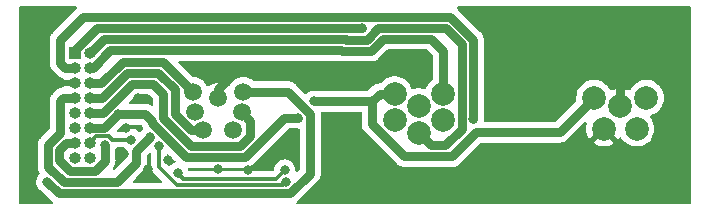
<source format=gbr>
%TF.GenerationSoftware,KiCad,Pcbnew,7.0.10*%
%TF.CreationDate,2025-06-08T00:19:01+02:00*%
%TF.ProjectId,ConnectorInterfaceBoard,436f6e6e-6563-4746-9f72-496e74657266,rev?*%
%TF.SameCoordinates,Original*%
%TF.FileFunction,Copper,L1,Top*%
%TF.FilePolarity,Positive*%
%FSLAX46Y46*%
G04 Gerber Fmt 4.6, Leading zero omitted, Abs format (unit mm)*
G04 Created by KiCad (PCBNEW 7.0.10) date 2025-06-08 00:19:01*
%MOMM*%
%LPD*%
G01*
G04 APERTURE LIST*
%TA.AperFunction,ComponentPad*%
%ADD10R,1.000000X1.000000*%
%TD*%
%TA.AperFunction,ComponentPad*%
%ADD11O,1.000000X1.000000*%
%TD*%
%TA.AperFunction,ComponentPad*%
%ADD12C,1.520000*%
%TD*%
%TA.AperFunction,ComponentPad*%
%ADD13C,2.000000*%
%TD*%
%TA.AperFunction,ViaPad*%
%ADD14C,0.800000*%
%TD*%
%TA.AperFunction,Conductor*%
%ADD15C,0.750000*%
%TD*%
%TA.AperFunction,Conductor*%
%ADD16C,0.300000*%
%TD*%
G04 APERTURE END LIST*
D10*
%TO.P,J4,1,Pin_1*%
%TO.N,Analog0_In*%
X16713200Y-15875000D03*
D11*
%TO.P,J4,2,Pin_2*%
%TO.N,Analog1_In*%
X17983200Y-15875000D03*
%TO.P,J4,3,Pin_3*%
%TO.N,Analog2_In*%
X16713200Y-17145000D03*
%TO.P,J4,4,Pin_4*%
%TO.N,Analog3_In*%
X17983200Y-17145000D03*
%TO.P,J4,5,Pin_5*%
%TO.N,GND*%
X16713200Y-18415000D03*
%TO.P,J4,6,Pin_6*%
%TO.N,GPIO1_out{slash}in*%
X17983200Y-18415000D03*
%TO.P,J4,7,Pin_7*%
%TO.N,GPIO2_out{slash}in*%
X16713200Y-19685000D03*
%TO.P,J4,8,Pin_8*%
%TO.N,GPIO3_out{slash}in*%
X17983200Y-19685000D03*
%TO.P,J4,9,Pin_9*%
%TO.N,GPIO4_out{slash}in*%
X16713200Y-20955000D03*
%TO.P,J4,10,Pin_10*%
%TO.N,GPIO5_out{slash}in*%
X17983200Y-20955000D03*
%TO.P,J4,11,Pin_11*%
%TO.N,GPIO6_out{slash}in*%
X16713200Y-22225000D03*
%TO.P,J4,12,Pin_12*%
%TO.N,+BATT*%
X17983200Y-22225000D03*
%TO.P,J4,13,Pin_13*%
X16713200Y-23495000D03*
%TO.P,J4,14,Pin_14*%
%TO.N,CAN1_P*%
X17983200Y-23495000D03*
%TO.P,J4,15,Pin_15*%
%TO.N,CAN1_N*%
X16713200Y-24765000D03*
%TO.P,J4,16,Pin_16*%
%TO.N,GND*%
X17983200Y-24765000D03*
%TD*%
D12*
%TO.P,J1,1,Pin_1*%
%TO.N,GPIO1_out{slash}in*%
X26695400Y-19177000D03*
%TO.P,J1,2,Pin_2*%
%TO.N,GPIO2_out{slash}in*%
X26847800Y-20878800D03*
%TO.P,J1,3,Pin_3*%
%TO.N,GPIO3_out{slash}in*%
X27559000Y-22453600D03*
%TO.P,J1,4,Pin_4*%
%TO.N,GPIO4_out{slash}in*%
X30099000Y-22453600D03*
%TO.P,J1,5,Pin_5*%
%TO.N,GPIO5_out{slash}in*%
X30810200Y-20878800D03*
%TO.P,J1,6,Pin_6*%
%TO.N,GPIO6_out{slash}in*%
X30962600Y-19177000D03*
%TO.P,J1,7,Pin_7*%
%TO.N,GND*%
X28829000Y-19685000D03*
%TD*%
D13*
%TO.P,J3,1,Pin_1*%
%TO.N,+BATT*%
X60655200Y-19685000D03*
%TO.P,J3,2,Pin_2*%
%TO.N,GND*%
X61468000Y-22301200D03*
%TO.P,J3,3,Pin_3*%
%TO.N,CAN1_N*%
X64262000Y-22301200D03*
%TO.P,J3,4,Pin_4*%
%TO.N,CAN1_P*%
X65074800Y-19685000D03*
%TO.P,J3,5,Pin_5*%
%TO.N,GND*%
X62865000Y-20370800D03*
%TD*%
%TO.P,J2,1,Pin_1*%
%TO.N,+BATT*%
X43764200Y-19354800D03*
%TO.P,J2,2,Pin_2*%
%TO.N,Analog0_In*%
X43764200Y-21615400D03*
%TO.P,J2,3,Pin_3*%
%TO.N,Analog1_In*%
X45821600Y-22707600D03*
%TO.P,J2,4,Pin_4*%
%TO.N,Analog2_In*%
X47879000Y-21615400D03*
%TO.P,J2,5,Pin_5*%
%TO.N,Analog3_In*%
X47879000Y-19354800D03*
%TO.P,J2,6,Pin_6*%
%TO.N,GND*%
X45821600Y-20396200D03*
%TD*%
D14*
%TO.N,GPIO2_out{slash}in*%
X23065310Y-23036006D03*
%TO.N,GPIO6_out{slash}in*%
X14332046Y-26813404D03*
%TO.N,GND*%
X58000000Y-19250000D03*
X20828000Y-24485600D03*
X26250000Y-17000000D03*
X21000000Y-22211600D03*
X22910800Y-25755600D03*
X30000000Y-17750000D03*
X14579600Y-18389600D03*
X57500000Y-24750000D03*
X24587200Y-24993600D03*
X35250000Y-17250000D03*
X13500000Y-19750000D03*
X46250000Y-17000000D03*
X28803600Y-25755600D03*
X51500000Y-24750000D03*
X38750000Y-22000000D03*
X52500000Y-17750000D03*
X31343600Y-25806400D03*
X44250000Y-17250000D03*
X13250000Y-16750000D03*
X39000000Y-18250000D03*
X64000000Y-17750000D03*
X60750000Y-16500000D03*
X22000000Y-19750000D03*
%TO.N,+BATT*%
X19259567Y-23711600D03*
X35602270Y-21385530D03*
X20332926Y-21094920D03*
X36961521Y-19987062D03*
%TO.N,Analog0_In*%
X40995600Y-13802000D03*
%TO.N,Analog2_In*%
X50429000Y-21463000D03*
%TO.N,CAN1_N*%
X25400000Y-26084000D03*
X34463181Y-25815581D03*
%TO.N,CAN1_P*%
X34540370Y-26812600D03*
X23814451Y-23785148D03*
X21486228Y-23236228D03*
%TD*%
D15*
%TO.N,GPIO1_out{slash}in*%
X26675767Y-19177000D02*
X26695400Y-19177000D01*
X18946982Y-18415000D02*
X20734982Y-16627000D01*
X20734982Y-16627000D02*
X24125767Y-16627000D01*
X17983200Y-18415000D02*
X18946982Y-18415000D01*
X24125767Y-16627000D02*
X26675767Y-19177000D01*
%TO.N,GPIO2_out{slash}in*%
X15443200Y-19964400D02*
X15722600Y-19685000D01*
X23065310Y-23036006D02*
X21894800Y-24206516D01*
X14442400Y-25544898D02*
X14442400Y-23685698D01*
X15735102Y-26837600D02*
X14442400Y-25544898D01*
X15443200Y-22684898D02*
X15443200Y-19964400D01*
X21894800Y-24206516D02*
X21894800Y-25196800D01*
X14442400Y-23685698D02*
X15443200Y-22684898D01*
X21894800Y-25196800D02*
X20254000Y-26837600D01*
X20254000Y-26837600D02*
X15735102Y-26837600D01*
X15722600Y-19685000D02*
X16713200Y-19685000D01*
%TO.N,GPIO3_out{slash}in*%
X17983200Y-19685000D02*
X19020484Y-19685000D01*
X25146000Y-18990735D02*
X25146000Y-21050833D01*
X25146000Y-21050833D02*
X26548767Y-22453600D01*
X19020484Y-19685000D02*
X21128484Y-17577000D01*
X26548767Y-22453600D02*
X27559000Y-22453600D01*
X23732265Y-17577000D02*
X25146000Y-18990735D01*
X21128484Y-17577000D02*
X23732265Y-17577000D01*
%TO.N,GPIO5_out{slash}in*%
X17983200Y-20955000D02*
X19093986Y-20955000D01*
X24196000Y-19384237D02*
X24196000Y-21444335D01*
X23338763Y-18527000D02*
X24196000Y-19384237D01*
X31560200Y-22922800D02*
X31560200Y-21628800D01*
X24196000Y-21444335D02*
X26530265Y-23778600D01*
X26530265Y-23778600D02*
X30704400Y-23778600D01*
X30704400Y-23778600D02*
X31560200Y-22922800D01*
X21521986Y-18527000D02*
X23338763Y-18527000D01*
X19093986Y-20955000D02*
X21521986Y-18527000D01*
X31560200Y-21628800D02*
X30810200Y-20878800D01*
%TO.N,GPIO6_out{slash}in*%
X34772600Y-19177000D02*
X30962600Y-19177000D01*
X36626800Y-26111200D02*
X36626800Y-21031200D01*
X15341600Y-27787600D02*
X34950400Y-27787600D01*
X36626800Y-21031200D02*
X34772600Y-19177000D01*
X14332046Y-26813404D02*
X14367404Y-26813404D01*
X14367404Y-26813404D02*
X15341600Y-27787600D01*
X34950400Y-27787600D02*
X36626800Y-26111200D01*
%TO.N,GND*%
X62865000Y-18885000D02*
X64000000Y-17750000D01*
X62865000Y-20370800D02*
X62865000Y-18885000D01*
X28829000Y-18921000D02*
X30000000Y-17750000D01*
X28829000Y-19685000D02*
X28829000Y-18921000D01*
%TO.N,+BATT*%
X20332926Y-21094920D02*
X22669720Y-21094920D01*
X20332926Y-21094920D02*
X19202846Y-22225000D01*
X23246000Y-21671200D02*
X23246000Y-21837837D01*
X34440972Y-21385530D02*
X35602270Y-21385530D01*
X19259567Y-23711600D02*
X19259567Y-25008913D01*
X50698400Y-22606000D02*
X57734200Y-22606000D01*
X41859200Y-20015200D02*
X41859200Y-21937787D01*
X41831062Y-19987062D02*
X41859200Y-20015200D01*
X23246000Y-21837837D02*
X26136763Y-24728600D01*
X22669720Y-21094920D02*
X23246000Y-21671200D01*
X44579013Y-24657600D02*
X48646800Y-24657600D01*
X16306800Y-25887600D02*
X15392400Y-24973200D01*
X15976600Y-23495000D02*
X16713200Y-23495000D01*
X31097902Y-24728600D02*
X34440972Y-21385530D01*
X36961521Y-19987062D02*
X41831062Y-19987062D01*
X48646800Y-24657600D02*
X50698400Y-22606000D01*
X18380880Y-25887600D02*
X16306800Y-25887600D01*
X19202846Y-22225000D02*
X17983200Y-22225000D01*
X41859200Y-21937787D02*
X44579013Y-24657600D01*
X57734200Y-22606000D02*
X60655200Y-19685000D01*
X19259567Y-25008913D02*
X18380880Y-25887600D01*
X15392400Y-24079200D02*
X15976600Y-23495000D01*
X15392400Y-24973200D02*
X15392400Y-24079200D01*
X42491462Y-19354800D02*
X41859200Y-19987062D01*
X26136763Y-24728600D02*
X31097902Y-24728600D01*
X41859200Y-19987062D02*
X41859200Y-20015200D01*
X43764200Y-19354800D02*
X42491462Y-19354800D01*
%TO.N,Analog0_In*%
X18560920Y-13777000D02*
X16713200Y-15624720D01*
X16713200Y-15624720D02*
X16713200Y-15875000D01*
X40995600Y-13802000D02*
X40970600Y-13777000D01*
X40970600Y-13777000D02*
X18560920Y-13777000D01*
%TO.N,Analog1_In*%
X39681498Y-14777000D02*
X41399459Y-14777000D01*
X17983200Y-15875000D02*
X19131200Y-14727000D01*
X48047400Y-23707600D02*
X46821600Y-23707600D01*
X39631498Y-14727000D02*
X39681498Y-14777000D01*
X42399459Y-13777000D02*
X48095098Y-13777000D01*
X48095098Y-13777000D02*
X49454000Y-15135902D01*
X41399459Y-14777000D02*
X42399459Y-13777000D01*
X49454000Y-22301000D02*
X48047400Y-23707600D01*
X19131200Y-14727000D02*
X39631498Y-14727000D01*
X49454000Y-15135902D02*
X49454000Y-22301000D01*
X46821600Y-23707600D02*
X45821600Y-22707600D01*
%TO.N,Analog2_In*%
X50429000Y-14767400D02*
X50429000Y-21463000D01*
X15443200Y-16755000D02*
X15443200Y-14795500D01*
X48488600Y-12827000D02*
X50429000Y-14767400D01*
X17411700Y-12827000D02*
X48488600Y-12827000D01*
X15833200Y-17145000D02*
X15443200Y-16755000D01*
X16713200Y-17145000D02*
X15833200Y-17145000D01*
X15443200Y-14795500D02*
X17411700Y-12827000D01*
%TO.N,Analog3_In*%
X46883400Y-14727000D02*
X47879000Y-15722600D01*
X19701480Y-15677000D02*
X39237995Y-15677000D01*
X47879000Y-15722600D02*
X47879000Y-19354800D01*
X41792961Y-15727000D02*
X42792961Y-14727000D01*
X39287995Y-15727000D02*
X41792961Y-15727000D01*
X17983200Y-17145000D02*
X18233480Y-17145000D01*
X18233480Y-17145000D02*
X19701480Y-15677000D01*
X39237995Y-15677000D02*
X39287995Y-15727000D01*
X42792961Y-14727000D02*
X46883400Y-14727000D01*
D16*
%TO.N,CAN1_N*%
X25878600Y-26562600D02*
X25400000Y-26084000D01*
X33716162Y-26562600D02*
X25878600Y-26562600D01*
X34463181Y-25815581D02*
X33716162Y-26562600D01*
%TO.N,CAN1_P*%
X23814451Y-23785148D02*
X23814451Y-25559112D01*
X25317939Y-27062600D02*
X34290370Y-27062600D01*
X19858628Y-23250000D02*
X19570228Y-22961600D01*
X34290370Y-27062600D02*
X34540370Y-26812600D01*
X21486228Y-23236228D02*
X21472456Y-23250000D01*
X19570228Y-22961600D02*
X18516600Y-22961600D01*
X18516600Y-22961600D02*
X17983200Y-23495000D01*
X21472456Y-23250000D02*
X19858628Y-23250000D01*
X23814451Y-25559112D02*
X25317939Y-27062600D01*
%TD*%
%TA.AperFunction,Conductor*%
%TO.N,GND*%
G36*
X16829733Y-11958185D02*
G01*
X16875488Y-12010989D01*
X16885432Y-12080147D01*
X16856407Y-12143703D01*
X16850373Y-12150183D01*
X16802193Y-12198361D01*
X16799790Y-12200701D01*
X16740492Y-12256872D01*
X16740381Y-12257036D01*
X16725437Y-12275117D01*
X14852853Y-14147701D01*
X14845450Y-14154526D01*
X14803841Y-14189870D01*
X14754403Y-14254905D01*
X14752335Y-14257550D01*
X14701170Y-14321201D01*
X14701168Y-14321204D01*
X14701079Y-14321385D01*
X14688729Y-14341296D01*
X14688600Y-14341464D01*
X14688600Y-14341465D01*
X14654293Y-14415617D01*
X14652844Y-14418641D01*
X14616558Y-14491808D01*
X14616554Y-14491819D01*
X14616509Y-14492003D01*
X14608727Y-14514109D01*
X14608641Y-14514294D01*
X14608635Y-14514310D01*
X14591072Y-14594095D01*
X14590307Y-14597360D01*
X14570599Y-14676611D01*
X14570594Y-14676810D01*
X14567745Y-14700075D01*
X14567700Y-14700278D01*
X14567700Y-14781962D01*
X14567655Y-14785320D01*
X14565443Y-14866972D01*
X14565478Y-14867155D01*
X14567700Y-14890523D01*
X14567700Y-16714378D01*
X14567291Y-16724442D01*
X14562860Y-16778845D01*
X14573888Y-16859790D01*
X14574296Y-16863120D01*
X14583127Y-16944316D01*
X14583129Y-16944327D01*
X14583190Y-16944506D01*
X14588540Y-16967331D01*
X14588566Y-16967525D01*
X14588569Y-16967537D01*
X14616740Y-17044219D01*
X14617855Y-17047385D01*
X14643931Y-17124776D01*
X14643934Y-17124782D01*
X14644032Y-17124945D01*
X14654169Y-17146099D01*
X14654236Y-17146283D01*
X14654240Y-17146290D01*
X14698246Y-17215139D01*
X14700015Y-17217990D01*
X14742112Y-17287955D01*
X14742242Y-17288092D01*
X14756692Y-17306575D01*
X14756800Y-17306744D01*
X14814595Y-17364539D01*
X14816902Y-17366910D01*
X14873066Y-17426203D01*
X14873068Y-17426204D01*
X14873071Y-17426207D01*
X14873228Y-17426314D01*
X14891321Y-17441265D01*
X15185399Y-17735343D01*
X15192226Y-17742749D01*
X15227561Y-17784350D01*
X15227568Y-17784355D01*
X15227569Y-17784357D01*
X15292628Y-17833813D01*
X15295212Y-17835832D01*
X15318186Y-17854300D01*
X15358902Y-17887030D01*
X15359072Y-17887114D01*
X15379014Y-17899483D01*
X15379171Y-17899602D01*
X15453343Y-17933917D01*
X15456320Y-17935344D01*
X15529507Y-17971641D01*
X15529683Y-17971684D01*
X15551826Y-17979480D01*
X15552003Y-17979562D01*
X15552006Y-17979563D01*
X15605312Y-17991296D01*
X15631773Y-17997120D01*
X15635022Y-17997881D01*
X15656925Y-18003328D01*
X15717231Y-18038610D01*
X15748890Y-18100895D01*
X15745659Y-18159657D01*
X15744038Y-18164998D01*
X15744040Y-18165000D01*
X16498717Y-18165000D01*
X16427399Y-18249993D01*
X16388200Y-18357694D01*
X16388200Y-18472306D01*
X16427399Y-18580007D01*
X16498717Y-18665000D01*
X15744040Y-18665000D01*
X15740830Y-18669326D01*
X15741317Y-18723839D01*
X15704069Y-18782951D01*
X15640775Y-18812542D01*
X15638774Y-18812832D01*
X15617814Y-18815688D01*
X15614481Y-18816096D01*
X15533280Y-18824927D01*
X15533090Y-18824992D01*
X15510265Y-18830341D01*
X15510069Y-18830367D01*
X15510063Y-18830368D01*
X15510063Y-18830369D01*
X15487167Y-18838780D01*
X15433378Y-18858541D01*
X15430214Y-18859654D01*
X15352826Y-18885730D01*
X15352817Y-18885734D01*
X15352640Y-18885841D01*
X15331511Y-18895965D01*
X15331313Y-18896037D01*
X15262492Y-18940026D01*
X15259642Y-18941794D01*
X15189646Y-18983910D01*
X15189641Y-18983914D01*
X15189490Y-18984058D01*
X15171036Y-18998485D01*
X15170860Y-18998597D01*
X15170855Y-18998601D01*
X15113094Y-19056361D01*
X15110690Y-19058701D01*
X15070991Y-19096307D01*
X15051392Y-19114872D01*
X15051281Y-19115036D01*
X15036337Y-19133117D01*
X14852853Y-19316601D01*
X14845450Y-19323426D01*
X14803841Y-19358770D01*
X14754403Y-19423805D01*
X14752335Y-19426450D01*
X14701170Y-19490101D01*
X14701168Y-19490104D01*
X14701079Y-19490285D01*
X14688729Y-19510196D01*
X14688600Y-19510364D01*
X14688600Y-19510365D01*
X14654293Y-19584517D01*
X14652844Y-19587541D01*
X14616558Y-19660708D01*
X14616554Y-19660719D01*
X14616509Y-19660903D01*
X14608727Y-19683009D01*
X14608641Y-19683194D01*
X14608635Y-19683210D01*
X14591072Y-19762995D01*
X14590307Y-19766260D01*
X14570599Y-19845511D01*
X14570594Y-19845710D01*
X14567745Y-19868975D01*
X14567700Y-19869178D01*
X14567700Y-19950862D01*
X14567655Y-19954220D01*
X14565443Y-20035872D01*
X14565478Y-20036055D01*
X14567700Y-20059423D01*
X14567700Y-22270891D01*
X14548015Y-22337930D01*
X14531381Y-22358572D01*
X13852053Y-23037899D01*
X13844650Y-23044724D01*
X13803041Y-23080068D01*
X13753603Y-23145103D01*
X13751535Y-23147748D01*
X13700370Y-23211399D01*
X13700368Y-23211402D01*
X13700279Y-23211583D01*
X13687929Y-23231494D01*
X13687800Y-23231662D01*
X13687800Y-23231663D01*
X13653493Y-23305815D01*
X13652044Y-23308839D01*
X13615758Y-23382006D01*
X13615754Y-23382017D01*
X13615709Y-23382201D01*
X13607927Y-23404307D01*
X13607841Y-23404492D01*
X13607835Y-23404508D01*
X13590272Y-23484293D01*
X13589507Y-23487558D01*
X13569799Y-23566809D01*
X13569794Y-23567008D01*
X13566945Y-23590273D01*
X13566900Y-23590476D01*
X13566900Y-23672160D01*
X13566855Y-23675518D01*
X13564643Y-23757170D01*
X13564678Y-23757353D01*
X13566900Y-23780721D01*
X13566900Y-25504276D01*
X13566491Y-25514340D01*
X13562060Y-25568743D01*
X13573088Y-25649688D01*
X13573496Y-25653018D01*
X13582327Y-25734214D01*
X13582329Y-25734225D01*
X13582390Y-25734404D01*
X13587740Y-25757229D01*
X13587766Y-25757423D01*
X13587769Y-25757435D01*
X13615940Y-25834117D01*
X13617055Y-25837283D01*
X13643131Y-25914674D01*
X13643134Y-25914680D01*
X13643232Y-25914843D01*
X13653369Y-25935997D01*
X13653436Y-25936181D01*
X13653440Y-25936188D01*
X13697446Y-26005037D01*
X13699214Y-26007887D01*
X13710513Y-26026665D01*
X13728210Y-26094256D01*
X13706555Y-26160685D01*
X13696414Y-26173568D01*
X13599512Y-26281189D01*
X13504867Y-26445119D01*
X13504864Y-26445126D01*
X13462742Y-26574766D01*
X13446372Y-26625148D01*
X13426586Y-26813404D01*
X13446372Y-27001660D01*
X13446373Y-27001663D01*
X13504864Y-27181681D01*
X13504867Y-27181688D01*
X13599513Y-27345620D01*
X13726175Y-27486292D01*
X13879311Y-27597552D01*
X13879316Y-27597555D01*
X13919780Y-27615571D01*
X13957025Y-27641169D01*
X14693799Y-28377943D01*
X14700626Y-28385349D01*
X14735961Y-28426950D01*
X14735968Y-28426955D01*
X14735969Y-28426957D01*
X14801028Y-28476413D01*
X14803620Y-28478439D01*
X14806124Y-28480452D01*
X14806634Y-28480862D01*
X14846546Y-28538210D01*
X14849117Y-28608033D01*
X14813532Y-28668161D01*
X14751087Y-28699505D01*
X14728935Y-28701500D01*
X12062500Y-28701500D01*
X11995461Y-28681815D01*
X11949706Y-28629011D01*
X11938500Y-28577500D01*
X11938500Y-12062500D01*
X11958185Y-11995461D01*
X12010989Y-11949706D01*
X12062500Y-11938500D01*
X16762694Y-11938500D01*
X16829733Y-11958185D01*
G37*
%TD.AperFunction*%
%TA.AperFunction,Conductor*%
G36*
X68776539Y-11958185D02*
G01*
X68822294Y-12010989D01*
X68833500Y-12062500D01*
X68833500Y-28577500D01*
X68813815Y-28644539D01*
X68761011Y-28690294D01*
X68709500Y-28701500D01*
X35570460Y-28701500D01*
X35503421Y-28681815D01*
X35457666Y-28629011D01*
X35447722Y-28559853D01*
X35476747Y-28496297D01*
X35497217Y-28478604D01*
X35496903Y-28478213D01*
X35502136Y-28474004D01*
X35502144Y-28474000D01*
X35559938Y-28416204D01*
X35562233Y-28413969D01*
X35621607Y-28357729D01*
X35621706Y-28357583D01*
X35636664Y-28339478D01*
X37217160Y-26758982D01*
X37224540Y-26752179D01*
X37266157Y-26716831D01*
X37315641Y-26651733D01*
X37317663Y-26649149D01*
X37368830Y-26585497D01*
X37368909Y-26585338D01*
X37381289Y-26565377D01*
X37381402Y-26565229D01*
X37415705Y-26491083D01*
X37417131Y-26488103D01*
X37453441Y-26414893D01*
X37453485Y-26414714D01*
X37461284Y-26392563D01*
X37461362Y-26392397D01*
X37478927Y-26312597D01*
X37479694Y-26309325D01*
X37499399Y-26230092D01*
X37499400Y-26230089D01*
X37499404Y-26229915D01*
X37502261Y-26206591D01*
X37502300Y-26206416D01*
X37502300Y-26124736D01*
X37502345Y-26121378D01*
X37503015Y-26096642D01*
X37504557Y-26039727D01*
X37504520Y-26039534D01*
X37502300Y-26016175D01*
X37502300Y-21071829D01*
X37502709Y-21061764D01*
X37506265Y-21018103D01*
X37507140Y-21007352D01*
X37506588Y-21003298D01*
X37506962Y-21000820D01*
X37506958Y-21000639D01*
X37506990Y-21000638D01*
X37517044Y-20934215D01*
X37563189Y-20881752D01*
X37629453Y-20862562D01*
X40859700Y-20862562D01*
X40926739Y-20882247D01*
X40972494Y-20935051D01*
X40983700Y-20986562D01*
X40983700Y-21897165D01*
X40983291Y-21907229D01*
X40978860Y-21961632D01*
X40989888Y-22042577D01*
X40990296Y-22045907D01*
X40999127Y-22127103D01*
X40999129Y-22127114D01*
X40999190Y-22127293D01*
X41004540Y-22150118D01*
X41004566Y-22150312D01*
X41004569Y-22150324D01*
X41032740Y-22227006D01*
X41033855Y-22230172D01*
X41059931Y-22307563D01*
X41059934Y-22307569D01*
X41060032Y-22307732D01*
X41070169Y-22328886D01*
X41070236Y-22329070D01*
X41070240Y-22329077D01*
X41114246Y-22397926D01*
X41116009Y-22400768D01*
X41146882Y-22452079D01*
X41158112Y-22470742D01*
X41158242Y-22470879D01*
X41172692Y-22489362D01*
X41172800Y-22489531D01*
X41230595Y-22547326D01*
X41232902Y-22549697D01*
X41289066Y-22608990D01*
X41289068Y-22608991D01*
X41289071Y-22608994D01*
X41289228Y-22609101D01*
X41307321Y-22624052D01*
X43931212Y-25247943D01*
X43938039Y-25255349D01*
X43973374Y-25296950D01*
X43973381Y-25296955D01*
X43973382Y-25296957D01*
X44038441Y-25346413D01*
X44041025Y-25348432D01*
X44051984Y-25357242D01*
X44104715Y-25399630D01*
X44104885Y-25399714D01*
X44124827Y-25412083D01*
X44124984Y-25412202D01*
X44199156Y-25446517D01*
X44202133Y-25447944D01*
X44275320Y-25484241D01*
X44275496Y-25484284D01*
X44297639Y-25492080D01*
X44297816Y-25492162D01*
X44297819Y-25492163D01*
X44351125Y-25503896D01*
X44377586Y-25509720D01*
X44380835Y-25510481D01*
X44460123Y-25530200D01*
X44460296Y-25530204D01*
X44483615Y-25533060D01*
X44483797Y-25533100D01*
X44565475Y-25533100D01*
X44568833Y-25533145D01*
X44650486Y-25535357D01*
X44650668Y-25535321D01*
X44674036Y-25533100D01*
X48606179Y-25533100D01*
X48616242Y-25533508D01*
X48670648Y-25537939D01*
X48751606Y-25526907D01*
X48754923Y-25526502D01*
X48836116Y-25517673D01*
X48836281Y-25517617D01*
X48859157Y-25512255D01*
X48859337Y-25512231D01*
X48936060Y-25484042D01*
X48939106Y-25482969D01*
X49016580Y-25456867D01*
X49016728Y-25456778D01*
X49037916Y-25446624D01*
X49038088Y-25446561D01*
X49106950Y-25402544D01*
X49109751Y-25400807D01*
X49179754Y-25358689D01*
X49179883Y-25358566D01*
X49198397Y-25344094D01*
X49198402Y-25344090D01*
X49198544Y-25344000D01*
X49256338Y-25286204D01*
X49258633Y-25283969D01*
X49318007Y-25227729D01*
X49318106Y-25227583D01*
X49333064Y-25209478D01*
X51024725Y-23517819D01*
X51086048Y-23484334D01*
X51112406Y-23481500D01*
X57693579Y-23481500D01*
X57703642Y-23481908D01*
X57758048Y-23486339D01*
X57839006Y-23475307D01*
X57842323Y-23474902D01*
X57923516Y-23466073D01*
X57923681Y-23466017D01*
X57946557Y-23460655D01*
X57946737Y-23460631D01*
X58023460Y-23432442D01*
X58026506Y-23431369D01*
X58103980Y-23405267D01*
X58104128Y-23405178D01*
X58125316Y-23395024D01*
X58125488Y-23394961D01*
X58194350Y-23350944D01*
X58197151Y-23349207D01*
X58267154Y-23307089D01*
X58267283Y-23306966D01*
X58285797Y-23292494D01*
X58285802Y-23292490D01*
X58285944Y-23292400D01*
X58343738Y-23234604D01*
X58346033Y-23232369D01*
X58405407Y-23176129D01*
X58405506Y-23175983D01*
X58420464Y-23157878D01*
X59820433Y-21757909D01*
X59881754Y-21724426D01*
X59951446Y-21729410D01*
X60007379Y-21771282D01*
X60031796Y-21836746D01*
X60028318Y-21876032D01*
X59983387Y-22053458D01*
X59983385Y-22053470D01*
X59962859Y-22301194D01*
X59962859Y-22301205D01*
X59983385Y-22548929D01*
X59983387Y-22548938D01*
X60044412Y-22789917D01*
X60144266Y-23017564D01*
X60244564Y-23171082D01*
X60751338Y-22664307D01*
X60838577Y-22803148D01*
X60966052Y-22930623D01*
X61104891Y-23017861D01*
X60597942Y-23524809D01*
X60644768Y-23561255D01*
X60644770Y-23561256D01*
X60863385Y-23679564D01*
X60863396Y-23679569D01*
X61098506Y-23760283D01*
X61343707Y-23801200D01*
X61592293Y-23801200D01*
X61837493Y-23760283D01*
X62072603Y-23679569D01*
X62072614Y-23679564D01*
X62291228Y-23561257D01*
X62291231Y-23561255D01*
X62338056Y-23524809D01*
X61831108Y-23017861D01*
X61969948Y-22930623D01*
X62097423Y-22803148D01*
X62184661Y-22664309D01*
X62691434Y-23171082D01*
X62760893Y-23064770D01*
X62814039Y-23019413D01*
X62883271Y-23009990D01*
X62946606Y-23039492D01*
X62968510Y-23064771D01*
X63073833Y-23225982D01*
X63080705Y-23233447D01*
X63242256Y-23408938D01*
X63438491Y-23561674D01*
X63491724Y-23590482D01*
X63656332Y-23679564D01*
X63657190Y-23680028D01*
X63876141Y-23755194D01*
X63890964Y-23760283D01*
X63892386Y-23760771D01*
X64137665Y-23801700D01*
X64386335Y-23801700D01*
X64631614Y-23760771D01*
X64866810Y-23680028D01*
X65085509Y-23561674D01*
X65281744Y-23408938D01*
X65450164Y-23225985D01*
X65586173Y-23017807D01*
X65686063Y-22790081D01*
X65747108Y-22549021D01*
X65750856Y-22503790D01*
X65767643Y-22301205D01*
X65767643Y-22301194D01*
X65747109Y-22053387D01*
X65747107Y-22053375D01*
X65686063Y-21812318D01*
X65586173Y-21584593D01*
X65450166Y-21376417D01*
X65415153Y-21338383D01*
X65384231Y-21275728D01*
X65392091Y-21206302D01*
X65436239Y-21152147D01*
X65466121Y-21137119D01*
X65679599Y-21063832D01*
X65679602Y-21063830D01*
X65679610Y-21063828D01*
X65898309Y-20945474D01*
X66094544Y-20792738D01*
X66262964Y-20609785D01*
X66398973Y-20401607D01*
X66498863Y-20173881D01*
X66559908Y-19932821D01*
X66565182Y-19869178D01*
X66580443Y-19685005D01*
X66580443Y-19684994D01*
X66559909Y-19437187D01*
X66559907Y-19437175D01*
X66498863Y-19196118D01*
X66398973Y-18968393D01*
X66262966Y-18760217D01*
X66230649Y-18725112D01*
X66094544Y-18577262D01*
X65898309Y-18424526D01*
X65898307Y-18424525D01*
X65898306Y-18424524D01*
X65679611Y-18306172D01*
X65679602Y-18306169D01*
X65444416Y-18225429D01*
X65199135Y-18184500D01*
X64950465Y-18184500D01*
X64705183Y-18225429D01*
X64469997Y-18306169D01*
X64469988Y-18306172D01*
X64251293Y-18424524D01*
X64055057Y-18577261D01*
X63886633Y-18760217D01*
X63750625Y-18968395D01*
X63742300Y-18987373D01*
X63697342Y-19040858D01*
X63630605Y-19061545D01*
X63569729Y-19046614D01*
X63469614Y-18992435D01*
X63469603Y-18992430D01*
X63234493Y-18911716D01*
X62989293Y-18870800D01*
X62740707Y-18870800D01*
X62495506Y-18911716D01*
X62260396Y-18992430D01*
X62260384Y-18992435D01*
X62160270Y-19046614D01*
X62091941Y-19061209D01*
X62026569Y-19036546D01*
X61987697Y-18987369D01*
X61979373Y-18968393D01*
X61843366Y-18760217D01*
X61811049Y-18725112D01*
X61674944Y-18577262D01*
X61478709Y-18424526D01*
X61478707Y-18424525D01*
X61478706Y-18424524D01*
X61260011Y-18306172D01*
X61260002Y-18306169D01*
X61024816Y-18225429D01*
X60779535Y-18184500D01*
X60530865Y-18184500D01*
X60285583Y-18225429D01*
X60050397Y-18306169D01*
X60050388Y-18306172D01*
X59831693Y-18424524D01*
X59635457Y-18577261D01*
X59467033Y-18760217D01*
X59331026Y-18968393D01*
X59231136Y-19196118D01*
X59170092Y-19437175D01*
X59170090Y-19437187D01*
X59149705Y-19683210D01*
X59149557Y-19685000D01*
X59162857Y-19845511D01*
X59165280Y-19874750D01*
X59151198Y-19943185D01*
X59129384Y-19972670D01*
X57407875Y-21694181D01*
X57346552Y-21727666D01*
X57320194Y-21730500D01*
X51444061Y-21730500D01*
X51377022Y-21710815D01*
X51331267Y-21658011D01*
X51320740Y-21593539D01*
X51322598Y-21575864D01*
X51334460Y-21463000D01*
X51314674Y-21274744D01*
X51310567Y-21262105D01*
X51304500Y-21223792D01*
X51304500Y-14808021D01*
X51304909Y-14797957D01*
X51306211Y-14781962D01*
X51309339Y-14743552D01*
X51298309Y-14662601D01*
X51297901Y-14659266D01*
X51289073Y-14578084D01*
X51289014Y-14577909D01*
X51283656Y-14555049D01*
X51283631Y-14554863D01*
X51255462Y-14478190D01*
X51254346Y-14475020D01*
X51228269Y-14397623D01*
X51228266Y-14397618D01*
X51228172Y-14397461D01*
X51218025Y-14376287D01*
X51217960Y-14376110D01*
X51173959Y-14307271D01*
X51172188Y-14304416D01*
X51130091Y-14234449D01*
X51130090Y-14234448D01*
X51130089Y-14234446D01*
X51129955Y-14234304D01*
X51115504Y-14215819D01*
X51115400Y-14215656D01*
X51057658Y-14157914D01*
X51055316Y-14155509D01*
X51047920Y-14147701D01*
X50999129Y-14096193D01*
X50998970Y-14096085D01*
X50980877Y-14081133D01*
X49136393Y-12236649D01*
X49129579Y-12229258D01*
X49094231Y-12187643D01*
X49059467Y-12161216D01*
X49018009Y-12104975D01*
X49013540Y-12035248D01*
X49047477Y-11974174D01*
X49109045Y-11941142D01*
X49134508Y-11938500D01*
X68709500Y-11938500D01*
X68776539Y-11958185D01*
G37*
%TD.AperFunction*%
%TA.AperFunction,Conductor*%
G36*
X23083285Y-24358688D02*
G01*
X23139218Y-24400560D01*
X23163635Y-24466024D01*
X23163951Y-24474870D01*
X23163951Y-25473606D01*
X23162183Y-25489617D01*
X23162425Y-25489640D01*
X23161691Y-25497406D01*
X23163890Y-25567374D01*
X23163951Y-25571269D01*
X23163951Y-25600032D01*
X23163952Y-25600050D01*
X23164504Y-25604423D01*
X23165419Y-25616053D01*
X23166853Y-25661679D01*
X23166854Y-25661682D01*
X23172774Y-25682060D01*
X23176719Y-25701108D01*
X23179379Y-25722166D01*
X23179382Y-25722177D01*
X23196188Y-25764626D01*
X23199971Y-25775675D01*
X23212705Y-25819507D01*
X23212706Y-25819509D01*
X23223511Y-25837778D01*
X23232068Y-25855246D01*
X23237677Y-25869412D01*
X23239883Y-25874984D01*
X23266717Y-25911918D01*
X23273129Y-25921680D01*
X23296370Y-25960977D01*
X23296374Y-25960981D01*
X23311376Y-25975983D01*
X23324014Y-25990781D01*
X23336484Y-26007945D01*
X23336487Y-26007949D01*
X23371664Y-26037049D01*
X23380305Y-26044912D01*
X24035812Y-26700419D01*
X24069297Y-26761742D01*
X24064313Y-26831434D01*
X24022441Y-26887367D01*
X23956977Y-26911784D01*
X23948131Y-26912100D01*
X21717006Y-26912100D01*
X21649967Y-26892415D01*
X21604212Y-26839611D01*
X21594268Y-26770453D01*
X21623293Y-26706897D01*
X21629325Y-26700419D01*
X21841693Y-26488051D01*
X22485160Y-25844582D01*
X22492542Y-25837778D01*
X22534157Y-25802431D01*
X22583641Y-25737333D01*
X22585663Y-25734749D01*
X22636830Y-25671097D01*
X22636909Y-25670938D01*
X22649289Y-25650977D01*
X22649402Y-25650829D01*
X22660278Y-25627322D01*
X22683705Y-25576683D01*
X22685131Y-25573703D01*
X22721441Y-25500493D01*
X22721485Y-25500314D01*
X22729284Y-25478163D01*
X22729362Y-25477997D01*
X22730338Y-25473566D01*
X22746927Y-25398197D01*
X22747694Y-25394925D01*
X22759251Y-25348454D01*
X22767400Y-25315689D01*
X22767404Y-25315515D01*
X22770261Y-25292191D01*
X22770300Y-25292016D01*
X22770300Y-25210310D01*
X22770345Y-25206978D01*
X22772035Y-25144583D01*
X22772557Y-25125327D01*
X22772520Y-25125134D01*
X22770300Y-25101775D01*
X22770300Y-24620521D01*
X22789985Y-24553482D01*
X22806615Y-24532844D01*
X22952270Y-24387188D01*
X23013593Y-24353704D01*
X23083285Y-24358688D01*
G37*
%TD.AperFunction*%
%TA.AperFunction,Conductor*%
G36*
X35402756Y-22263739D02*
G01*
X35507624Y-22286030D01*
X35507625Y-22286030D01*
X35627300Y-22286030D01*
X35694339Y-22305715D01*
X35740094Y-22358519D01*
X35751300Y-22410030D01*
X35751300Y-25697193D01*
X35731615Y-25764232D01*
X35714981Y-25784874D01*
X35579174Y-25920681D01*
X35517851Y-25954166D01*
X35448159Y-25949182D01*
X35392226Y-25907310D01*
X35367809Y-25841846D01*
X35368171Y-25820044D01*
X35368641Y-25815581D01*
X35348855Y-25627325D01*
X35290360Y-25447297D01*
X35195714Y-25283365D01*
X35069052Y-25142693D01*
X35069051Y-25142692D01*
X34915915Y-25031432D01*
X34915910Y-25031429D01*
X34742988Y-24954438D01*
X34742983Y-24954436D01*
X34597182Y-24923446D01*
X34557827Y-24915081D01*
X34368535Y-24915081D01*
X34336078Y-24921979D01*
X34183378Y-24954436D01*
X34183373Y-24954438D01*
X34010451Y-25031429D01*
X34010446Y-25031432D01*
X33857310Y-25142692D01*
X33730647Y-25283366D01*
X33636002Y-25447296D01*
X33635999Y-25447303D01*
X33577508Y-25627320D01*
X33577507Y-25627322D01*
X33564012Y-25755723D01*
X33537427Y-25820338D01*
X33528373Y-25830441D01*
X33483035Y-25875780D01*
X33421712Y-25909266D01*
X33395353Y-25912100D01*
X26381080Y-25912100D01*
X26314041Y-25892415D01*
X26268286Y-25839611D01*
X26263149Y-25826420D01*
X26260904Y-25819510D01*
X26243652Y-25766417D01*
X26241657Y-25696578D01*
X26277737Y-25636745D01*
X26340438Y-25605916D01*
X26361584Y-25604100D01*
X31057281Y-25604100D01*
X31067344Y-25604508D01*
X31121750Y-25608939D01*
X31202708Y-25597907D01*
X31206025Y-25597502D01*
X31287218Y-25588673D01*
X31287383Y-25588617D01*
X31310259Y-25583255D01*
X31310439Y-25583231D01*
X31387162Y-25555042D01*
X31390208Y-25553969D01*
X31467682Y-25527867D01*
X31467830Y-25527778D01*
X31489018Y-25517624D01*
X31489190Y-25517561D01*
X31558052Y-25473544D01*
X31560853Y-25471807D01*
X31630856Y-25429689D01*
X31630985Y-25429566D01*
X31649499Y-25415094D01*
X31649504Y-25415090D01*
X31649646Y-25415000D01*
X31707440Y-25357204D01*
X31709735Y-25354969D01*
X31769109Y-25298729D01*
X31769208Y-25298583D01*
X31784166Y-25280478D01*
X34767297Y-22297349D01*
X34828620Y-22263864D01*
X34854978Y-22261030D01*
X35376976Y-22261030D01*
X35402756Y-22263739D01*
G37*
%TD.AperFunction*%
%TA.AperFunction,Conductor*%
G36*
X20895247Y-23920185D02*
G01*
X20901093Y-23924182D01*
X20971564Y-23975382D01*
X21014230Y-24030712D01*
X21020172Y-24080853D01*
X21022382Y-24080914D01*
X21022194Y-24087826D01*
X21019345Y-24111091D01*
X21019300Y-24111294D01*
X21019300Y-24192978D01*
X21019255Y-24196336D01*
X21017043Y-24277988D01*
X21017078Y-24278171D01*
X21019300Y-24301539D01*
X21019300Y-24782794D01*
X20999615Y-24849833D01*
X20982981Y-24870475D01*
X20114260Y-25739195D01*
X20052937Y-25772680D01*
X19983245Y-25767696D01*
X19927312Y-25725824D01*
X19902895Y-25660360D01*
X19917747Y-25592087D01*
X19927854Y-25576485D01*
X19948408Y-25549446D01*
X19950430Y-25546862D01*
X19957603Y-25537939D01*
X20001597Y-25483210D01*
X20001676Y-25483051D01*
X20014056Y-25463090D01*
X20014169Y-25462942D01*
X20015547Y-25459965D01*
X20048472Y-25388796D01*
X20049898Y-25385816D01*
X20086208Y-25312606D01*
X20086252Y-25312427D01*
X20094051Y-25290276D01*
X20094129Y-25290110D01*
X20094981Y-25286242D01*
X20111694Y-25210310D01*
X20112461Y-25207038D01*
X20118315Y-25183500D01*
X20132167Y-25127802D01*
X20132171Y-25127628D01*
X20135028Y-25104304D01*
X20135067Y-25104129D01*
X20135067Y-25022449D01*
X20135112Y-25019091D01*
X20135301Y-25012100D01*
X20137324Y-24937440D01*
X20137287Y-24937247D01*
X20135067Y-24913888D01*
X20135067Y-24024500D01*
X20154752Y-23957461D01*
X20207556Y-23911706D01*
X20259067Y-23900500D01*
X20828208Y-23900500D01*
X20895247Y-23920185D01*
G37*
%TD.AperFunction*%
%TA.AperFunction,Conductor*%
G36*
X24670154Y-24500581D02*
G01*
X24676632Y-24506613D01*
X25183587Y-25013568D01*
X25217072Y-25074891D01*
X25212088Y-25144583D01*
X25170216Y-25200516D01*
X25126250Y-25220468D01*
X25126374Y-25220849D01*
X25122987Y-25221949D01*
X25121688Y-25222539D01*
X25120196Y-25222856D01*
X25120192Y-25222857D01*
X24947270Y-25299848D01*
X24947265Y-25299851D01*
X24794135Y-25411106D01*
X24794125Y-25411115D01*
X24783136Y-25423319D01*
X24723648Y-25459965D01*
X24653791Y-25458632D01*
X24603309Y-25428024D01*
X24501270Y-25325985D01*
X24467785Y-25264662D01*
X24464951Y-25238304D01*
X24464951Y-24594294D01*
X24484636Y-24527255D01*
X24537440Y-24481500D01*
X24606598Y-24471556D01*
X24670154Y-24500581D01*
G37*
%TD.AperFunction*%
%TA.AperFunction,Conductor*%
G36*
X22322753Y-21990105D02*
G01*
X22343395Y-22006739D01*
X22374588Y-22037932D01*
X22403301Y-22082852D01*
X22419533Y-22127035D01*
X22420648Y-22130202D01*
X22446731Y-22207613D01*
X22446734Y-22207619D01*
X22446832Y-22207782D01*
X22456969Y-22228936D01*
X22457036Y-22229120D01*
X22457038Y-22229123D01*
X22457263Y-22229475D01*
X22457334Y-22229720D01*
X22460027Y-22235150D01*
X22459054Y-22235632D01*
X22476782Y-22296563D01*
X22456931Y-22363554D01*
X22444932Y-22379229D01*
X22332776Y-22503791D01*
X22304594Y-22552602D01*
X22284889Y-22578281D01*
X22282918Y-22580252D01*
X22221595Y-22613737D01*
X22151903Y-22608753D01*
X22103088Y-22575544D01*
X22092099Y-22563340D01*
X22092092Y-22563334D01*
X21938962Y-22452079D01*
X21938957Y-22452076D01*
X21766035Y-22375085D01*
X21766030Y-22375083D01*
X21620229Y-22344093D01*
X21580874Y-22335728D01*
X21391582Y-22335728D01*
X21359125Y-22342626D01*
X21206425Y-22375083D01*
X21206420Y-22375085D01*
X21033498Y-22452076D01*
X21033493Y-22452079D01*
X20880363Y-22563334D01*
X20875574Y-22567647D01*
X20812584Y-22597879D01*
X20792598Y-22599500D01*
X20365850Y-22599500D01*
X20298811Y-22579815D01*
X20253056Y-22527011D01*
X20243112Y-22457853D01*
X20272137Y-22394297D01*
X20278169Y-22387819D01*
X20402125Y-22263864D01*
X20659250Y-22006739D01*
X20720573Y-21973254D01*
X20746931Y-21970420D01*
X22255714Y-21970420D01*
X22322753Y-21990105D01*
G37*
%TD.AperFunction*%
%TA.AperFunction,Conductor*%
G36*
X22991796Y-19422185D02*
G01*
X23012438Y-19438819D01*
X23284181Y-19710562D01*
X23317666Y-19771885D01*
X23320500Y-19798243D01*
X23320500Y-20239860D01*
X23300815Y-20306899D01*
X23248011Y-20352654D01*
X23178853Y-20362598D01*
X23130390Y-20342319D01*
X23129510Y-20343784D01*
X23123750Y-20340318D01*
X23049617Y-20306020D01*
X23046592Y-20304570D01*
X22973420Y-20268282D01*
X22973416Y-20268280D01*
X22973413Y-20268279D01*
X22973407Y-20268277D01*
X22973400Y-20268275D01*
X22973208Y-20268227D01*
X22951105Y-20260445D01*
X22950918Y-20260358D01*
X22950915Y-20260357D01*
X22871132Y-20242795D01*
X22867865Y-20242029D01*
X22788607Y-20222319D01*
X22788409Y-20222314D01*
X22765133Y-20219463D01*
X22764942Y-20219421D01*
X22764939Y-20219420D01*
X22764936Y-20219420D01*
X22764932Y-20219420D01*
X22683257Y-20219420D01*
X22679899Y-20219375D01*
X22598247Y-20217163D01*
X22598065Y-20217198D01*
X22574697Y-20219420D01*
X21367072Y-20219420D01*
X21300033Y-20199735D01*
X21254278Y-20146931D01*
X21244334Y-20077773D01*
X21273359Y-20014217D01*
X21279391Y-20007739D01*
X21848311Y-19438819D01*
X21909634Y-19405334D01*
X21935992Y-19402500D01*
X22924757Y-19402500D01*
X22991796Y-19422185D01*
G37*
%TD.AperFunction*%
%TA.AperFunction,Conductor*%
G36*
X46536433Y-15622185D02*
G01*
X46557075Y-15638819D01*
X46967181Y-16048925D01*
X47000666Y-16110248D01*
X47003500Y-16136606D01*
X47003500Y-18074172D01*
X46983815Y-18141211D01*
X46955663Y-18172025D01*
X46859258Y-18247060D01*
X46690833Y-18430017D01*
X46554826Y-18638193D01*
X46454936Y-18865920D01*
X46450312Y-18884179D01*
X46414771Y-18944334D01*
X46352350Y-18975725D01*
X46289845Y-18971018D01*
X46191089Y-18937115D01*
X45945893Y-18896200D01*
X45697307Y-18896200D01*
X45452109Y-18937115D01*
X45353354Y-18971018D01*
X45283555Y-18974167D01*
X45223134Y-18939080D01*
X45192886Y-18884174D01*
X45188265Y-18865925D01*
X45188264Y-18865923D01*
X45188263Y-18865919D01*
X45088373Y-18638193D01*
X45069834Y-18609817D01*
X44952366Y-18430017D01*
X44930757Y-18406544D01*
X44783944Y-18247062D01*
X44587709Y-18094326D01*
X44587707Y-18094325D01*
X44587706Y-18094324D01*
X44369011Y-17975972D01*
X44369002Y-17975969D01*
X44133816Y-17895229D01*
X43888535Y-17854300D01*
X43639865Y-17854300D01*
X43394583Y-17895229D01*
X43159397Y-17975969D01*
X43159388Y-17975972D01*
X42940693Y-18094324D01*
X42744457Y-18247061D01*
X42744456Y-18247062D01*
X42576036Y-18430015D01*
X42576035Y-18430017D01*
X42572563Y-18433789D01*
X42571050Y-18432396D01*
X42521437Y-18468076D01*
X42474330Y-18474153D01*
X42474334Y-18474279D01*
X42473098Y-18474312D01*
X42470273Y-18474677D01*
X42467618Y-18474460D01*
X42467609Y-18474461D01*
X42386677Y-18485487D01*
X42383347Y-18485895D01*
X42302142Y-18494727D01*
X42301952Y-18494792D01*
X42279127Y-18500141D01*
X42278925Y-18500168D01*
X42278923Y-18500169D01*
X42202226Y-18528346D01*
X42199060Y-18529460D01*
X42121681Y-18555533D01*
X42121679Y-18555534D01*
X42121505Y-18555639D01*
X42100365Y-18565769D01*
X42100174Y-18565839D01*
X42100171Y-18565840D01*
X42031368Y-18609817D01*
X42028519Y-18611585D01*
X41958508Y-18653710D01*
X41958503Y-18653714D01*
X41958352Y-18653858D01*
X41939898Y-18668285D01*
X41939722Y-18668397D01*
X41939717Y-18668401D01*
X41881956Y-18726161D01*
X41879552Y-18728501D01*
X41820253Y-18784672D01*
X41820251Y-18784675D01*
X41820139Y-18784841D01*
X41805198Y-18802918D01*
X41532873Y-19075244D01*
X41471553Y-19108728D01*
X41445194Y-19111562D01*
X37186815Y-19111562D01*
X37161034Y-19108852D01*
X37152222Y-19106979D01*
X37056167Y-19086562D01*
X36866875Y-19086562D01*
X36834418Y-19093460D01*
X36681718Y-19125917D01*
X36681713Y-19125919D01*
X36508791Y-19202910D01*
X36508786Y-19202913D01*
X36355656Y-19314168D01*
X36355646Y-19314177D01*
X36344657Y-19326381D01*
X36285169Y-19363027D01*
X36215312Y-19361694D01*
X36164830Y-19331086D01*
X35420393Y-18586649D01*
X35413579Y-18579258D01*
X35378231Y-18537643D01*
X35378230Y-18537642D01*
X35313207Y-18488213D01*
X35310561Y-18486144D01*
X35246902Y-18434973D01*
X35246894Y-18434968D01*
X35246720Y-18434882D01*
X35226782Y-18422514D01*
X35226629Y-18422398D01*
X35152497Y-18388100D01*
X35149472Y-18386650D01*
X35076300Y-18350362D01*
X35076296Y-18350360D01*
X35076293Y-18350359D01*
X35076287Y-18350357D01*
X35076280Y-18350355D01*
X35076088Y-18350307D01*
X35053985Y-18342525D01*
X35053798Y-18342438D01*
X35053795Y-18342437D01*
X34974012Y-18324875D01*
X34970745Y-18324109D01*
X34891487Y-18304399D01*
X34891289Y-18304394D01*
X34868013Y-18301543D01*
X34867822Y-18301501D01*
X34867819Y-18301500D01*
X34867816Y-18301500D01*
X34867812Y-18301500D01*
X34786137Y-18301500D01*
X34782779Y-18301455D01*
X34701127Y-18299243D01*
X34700945Y-18299278D01*
X34677577Y-18301500D01*
X31921079Y-18301500D01*
X31854040Y-18281815D01*
X31833402Y-18265185D01*
X31775929Y-18207712D01*
X31775928Y-18207711D01*
X31775927Y-18207710D01*
X31595262Y-18081207D01*
X31595254Y-18081203D01*
X31395369Y-17987995D01*
X31395355Y-17987990D01*
X31182324Y-17930909D01*
X31182322Y-17930908D01*
X31182320Y-17930908D01*
X31182318Y-17930907D01*
X31182314Y-17930907D01*
X30962602Y-17911685D01*
X30962598Y-17911685D01*
X30742885Y-17930907D01*
X30742875Y-17930909D01*
X30529844Y-17987990D01*
X30529835Y-17987994D01*
X30329944Y-18081204D01*
X30329942Y-18081205D01*
X30149268Y-18207713D01*
X29993313Y-18363668D01*
X29866806Y-18544341D01*
X29813548Y-18658552D01*
X29767375Y-18710991D01*
X29700181Y-18730142D01*
X29633300Y-18709926D01*
X29630042Y-18707721D01*
X29461406Y-18589639D01*
X29261593Y-18496466D01*
X29261587Y-18496463D01*
X29048634Y-18439402D01*
X29048626Y-18439401D01*
X28829002Y-18420187D01*
X28828998Y-18420187D01*
X28609373Y-18439401D01*
X28609366Y-18439402D01*
X28396404Y-18496466D01*
X28196593Y-18589640D01*
X28196589Y-18589643D01*
X28027955Y-18707720D01*
X27961748Y-18730047D01*
X27893981Y-18713036D01*
X27846169Y-18662088D01*
X27844450Y-18658549D01*
X27820897Y-18608039D01*
X27791195Y-18544343D01*
X27664688Y-18363671D01*
X27664686Y-18363668D01*
X27508730Y-18207712D01*
X27328062Y-18081207D01*
X27328054Y-18081203D01*
X27128169Y-17987995D01*
X27128155Y-17987990D01*
X26915124Y-17930909D01*
X26915122Y-17930908D01*
X26915120Y-17930908D01*
X26915118Y-17930907D01*
X26915114Y-17930907D01*
X26690007Y-17911213D01*
X26690215Y-17908824D01*
X26632919Y-17892000D01*
X26612277Y-17875366D01*
X25501092Y-16764181D01*
X25467607Y-16702858D01*
X25472591Y-16633166D01*
X25514463Y-16577233D01*
X25579927Y-16552816D01*
X25588773Y-16552500D01*
X38959916Y-16552500D01*
X38999803Y-16561275D01*
X39000430Y-16559416D01*
X39006792Y-16561559D01*
X39006798Y-16561562D01*
X39086574Y-16579121D01*
X39089822Y-16579882D01*
X39169106Y-16599600D01*
X39169279Y-16599604D01*
X39192597Y-16602460D01*
X39192779Y-16602500D01*
X39274458Y-16602500D01*
X39277816Y-16602545D01*
X39359468Y-16604757D01*
X39359650Y-16604721D01*
X39383018Y-16602500D01*
X41752340Y-16602500D01*
X41762403Y-16602908D01*
X41816809Y-16607339D01*
X41897767Y-16596307D01*
X41901084Y-16595902D01*
X41982277Y-16587073D01*
X41982442Y-16587017D01*
X42005318Y-16581655D01*
X42005498Y-16581631D01*
X42082221Y-16553442D01*
X42085267Y-16552369D01*
X42162741Y-16526267D01*
X42162889Y-16526178D01*
X42184077Y-16516024D01*
X42184249Y-16515961D01*
X42253111Y-16471944D01*
X42255912Y-16470207D01*
X42325915Y-16428089D01*
X42326044Y-16427966D01*
X42344558Y-16413494D01*
X42344563Y-16413490D01*
X42344705Y-16413400D01*
X42402499Y-16355604D01*
X42404794Y-16353369D01*
X42464168Y-16297129D01*
X42464267Y-16296983D01*
X42479225Y-16278878D01*
X43119286Y-15638819D01*
X43180609Y-15605334D01*
X43206967Y-15602500D01*
X46469394Y-15602500D01*
X46536433Y-15622185D01*
G37*
%TD.AperFunction*%
%TD*%
M02*

</source>
